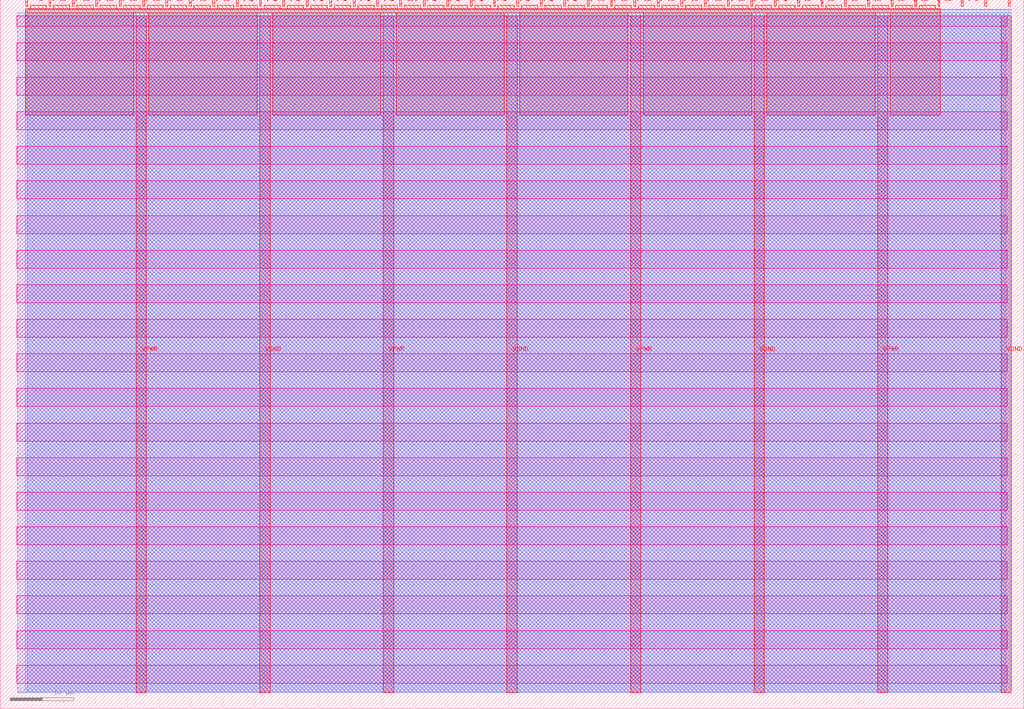
<source format=lef>
VERSION 5.7 ;
  NOWIREEXTENSIONATPIN ON ;
  DIVIDERCHAR "/" ;
  BUSBITCHARS "[]" ;
MACRO tt_um_ALU_DECODERS
  CLASS BLOCK ;
  FOREIGN tt_um_ALU_DECODERS ;
  ORIGIN 0.000 0.000 ;
  SIZE 161.000 BY 111.520 ;
  PIN VGND
    DIRECTION INOUT ;
    USE GROUND ;
    PORT
      LAYER met4 ;
        RECT 40.830 2.480 42.430 109.040 ;
    END
    PORT
      LAYER met4 ;
        RECT 79.700 2.480 81.300 109.040 ;
    END
    PORT
      LAYER met4 ;
        RECT 118.570 2.480 120.170 109.040 ;
    END
    PORT
      LAYER met4 ;
        RECT 157.440 2.480 159.040 109.040 ;
    END
  END VGND
  PIN VPWR
    DIRECTION INOUT ;
    USE POWER ;
    PORT
      LAYER met4 ;
        RECT 21.395 2.480 22.995 109.040 ;
    END
    PORT
      LAYER met4 ;
        RECT 60.265 2.480 61.865 109.040 ;
    END
    PORT
      LAYER met4 ;
        RECT 99.135 2.480 100.735 109.040 ;
    END
    PORT
      LAYER met4 ;
        RECT 138.005 2.480 139.605 109.040 ;
    END
  END VPWR
  PIN clk
    DIRECTION INPUT ;
    USE SIGNAL ;
    PORT
      LAYER met4 ;
        RECT 154.870 110.520 155.170 111.520 ;
    END
  END clk
  PIN ena
    DIRECTION INPUT ;
    USE SIGNAL ;
    PORT
      LAYER met4 ;
        RECT 158.550 110.520 158.850 111.520 ;
    END
  END ena
  PIN rst_n
    DIRECTION INPUT ;
    USE SIGNAL ;
    PORT
      LAYER met4 ;
        RECT 151.190 110.520 151.490 111.520 ;
    END
  END rst_n
  PIN ui_in[0]
    DIRECTION INPUT ;
    USE SIGNAL ;
    ANTENNAGATEAREA 0.213000 ;
    PORT
      LAYER met4 ;
        RECT 147.510 110.520 147.810 111.520 ;
    END
  END ui_in[0]
  PIN ui_in[1]
    DIRECTION INPUT ;
    USE SIGNAL ;
    ANTENNAGATEAREA 0.213000 ;
    PORT
      LAYER met4 ;
        RECT 143.830 110.520 144.130 111.520 ;
    END
  END ui_in[1]
  PIN ui_in[2]
    DIRECTION INPUT ;
    USE SIGNAL ;
    ANTENNAGATEAREA 0.213000 ;
    PORT
      LAYER met4 ;
        RECT 140.150 110.520 140.450 111.520 ;
    END
  END ui_in[2]
  PIN ui_in[3]
    DIRECTION INPUT ;
    USE SIGNAL ;
    ANTENNAGATEAREA 0.213000 ;
    PORT
      LAYER met4 ;
        RECT 136.470 110.520 136.770 111.520 ;
    END
  END ui_in[3]
  PIN ui_in[4]
    DIRECTION INPUT ;
    USE SIGNAL ;
    ANTENNAGATEAREA 0.159000 ;
    PORT
      LAYER met4 ;
        RECT 132.790 110.520 133.090 111.520 ;
    END
  END ui_in[4]
  PIN ui_in[5]
    DIRECTION INPUT ;
    USE SIGNAL ;
    ANTENNAGATEAREA 0.196500 ;
    PORT
      LAYER met4 ;
        RECT 129.110 110.520 129.410 111.520 ;
    END
  END ui_in[5]
  PIN ui_in[6]
    DIRECTION INPUT ;
    USE SIGNAL ;
    ANTENNAGATEAREA 0.196500 ;
    PORT
      LAYER met4 ;
        RECT 125.430 110.520 125.730 111.520 ;
    END
  END ui_in[6]
  PIN ui_in[7]
    DIRECTION INPUT ;
    USE SIGNAL ;
    ANTENNAGATEAREA 0.126000 ;
    PORT
      LAYER met4 ;
        RECT 121.750 110.520 122.050 111.520 ;
    END
  END ui_in[7]
  PIN uio_in[0]
    DIRECTION INPUT ;
    USE SIGNAL ;
    PORT
      LAYER met4 ;
        RECT 118.070 110.520 118.370 111.520 ;
    END
  END uio_in[0]
  PIN uio_in[1]
    DIRECTION INPUT ;
    USE SIGNAL ;
    PORT
      LAYER met4 ;
        RECT 114.390 110.520 114.690 111.520 ;
    END
  END uio_in[1]
  PIN uio_in[2]
    DIRECTION INPUT ;
    USE SIGNAL ;
    PORT
      LAYER met4 ;
        RECT 110.710 110.520 111.010 111.520 ;
    END
  END uio_in[2]
  PIN uio_in[3]
    DIRECTION INPUT ;
    USE SIGNAL ;
    PORT
      LAYER met4 ;
        RECT 107.030 110.520 107.330 111.520 ;
    END
  END uio_in[3]
  PIN uio_in[4]
    DIRECTION INPUT ;
    USE SIGNAL ;
    PORT
      LAYER met4 ;
        RECT 103.350 110.520 103.650 111.520 ;
    END
  END uio_in[4]
  PIN uio_in[5]
    DIRECTION INPUT ;
    USE SIGNAL ;
    PORT
      LAYER met4 ;
        RECT 99.670 110.520 99.970 111.520 ;
    END
  END uio_in[5]
  PIN uio_in[6]
    DIRECTION INPUT ;
    USE SIGNAL ;
    PORT
      LAYER met4 ;
        RECT 95.990 110.520 96.290 111.520 ;
    END
  END uio_in[6]
  PIN uio_in[7]
    DIRECTION INPUT ;
    USE SIGNAL ;
    ANTENNAGATEAREA 0.213000 ;
    PORT
      LAYER met4 ;
        RECT 92.310 110.520 92.610 111.520 ;
    END
  END uio_in[7]
  PIN uio_oe[0]
    DIRECTION OUTPUT TRISTATE ;
    USE SIGNAL ;
    PORT
      LAYER met4 ;
        RECT 29.750 110.520 30.050 111.520 ;
    END
  END uio_oe[0]
  PIN uio_oe[1]
    DIRECTION OUTPUT TRISTATE ;
    USE SIGNAL ;
    PORT
      LAYER met4 ;
        RECT 26.070 110.520 26.370 111.520 ;
    END
  END uio_oe[1]
  PIN uio_oe[2]
    DIRECTION OUTPUT TRISTATE ;
    USE SIGNAL ;
    PORT
      LAYER met4 ;
        RECT 22.390 110.520 22.690 111.520 ;
    END
  END uio_oe[2]
  PIN uio_oe[3]
    DIRECTION OUTPUT TRISTATE ;
    USE SIGNAL ;
    PORT
      LAYER met4 ;
        RECT 18.710 110.520 19.010 111.520 ;
    END
  END uio_oe[3]
  PIN uio_oe[4]
    DIRECTION OUTPUT TRISTATE ;
    USE SIGNAL ;
    PORT
      LAYER met4 ;
        RECT 15.030 110.520 15.330 111.520 ;
    END
  END uio_oe[4]
  PIN uio_oe[5]
    DIRECTION OUTPUT TRISTATE ;
    USE SIGNAL ;
    PORT
      LAYER met4 ;
        RECT 11.350 110.520 11.650 111.520 ;
    END
  END uio_oe[5]
  PIN uio_oe[6]
    DIRECTION OUTPUT TRISTATE ;
    USE SIGNAL ;
    PORT
      LAYER met4 ;
        RECT 7.670 110.520 7.970 111.520 ;
    END
  END uio_oe[6]
  PIN uio_oe[7]
    DIRECTION OUTPUT TRISTATE ;
    USE SIGNAL ;
    PORT
      LAYER met4 ;
        RECT 3.990 110.520 4.290 111.520 ;
    END
  END uio_oe[7]
  PIN uio_out[0]
    DIRECTION OUTPUT TRISTATE ;
    USE SIGNAL ;
    PORT
      LAYER met4 ;
        RECT 59.190 110.520 59.490 111.520 ;
    END
  END uio_out[0]
  PIN uio_out[1]
    DIRECTION OUTPUT TRISTATE ;
    USE SIGNAL ;
    ANTENNADIFFAREA 0.891000 ;
    PORT
      LAYER met4 ;
        RECT 55.510 110.520 55.810 111.520 ;
    END
  END uio_out[1]
  PIN uio_out[2]
    DIRECTION OUTPUT TRISTATE ;
    USE SIGNAL ;
    ANTENNADIFFAREA 0.891000 ;
    PORT
      LAYER met4 ;
        RECT 51.830 110.520 52.130 111.520 ;
    END
  END uio_out[2]
  PIN uio_out[3]
    DIRECTION OUTPUT TRISTATE ;
    USE SIGNAL ;
    ANTENNADIFFAREA 1.443500 ;
    PORT
      LAYER met4 ;
        RECT 48.150 110.520 48.450 111.520 ;
    END
  END uio_out[3]
  PIN uio_out[4]
    DIRECTION OUTPUT TRISTATE ;
    USE SIGNAL ;
    ANTENNADIFFAREA 0.891000 ;
    PORT
      LAYER met4 ;
        RECT 44.470 110.520 44.770 111.520 ;
    END
  END uio_out[4]
  PIN uio_out[5]
    DIRECTION OUTPUT TRISTATE ;
    USE SIGNAL ;
    ANTENNADIFFAREA 0.891000 ;
    PORT
      LAYER met4 ;
        RECT 40.790 110.520 41.090 111.520 ;
    END
  END uio_out[5]
  PIN uio_out[6]
    DIRECTION OUTPUT TRISTATE ;
    USE SIGNAL ;
    ANTENNADIFFAREA 1.484000 ;
    PORT
      LAYER met4 ;
        RECT 37.110 110.520 37.410 111.520 ;
    END
  END uio_out[6]
  PIN uio_out[7]
    DIRECTION OUTPUT TRISTATE ;
    USE SIGNAL ;
    PORT
      LAYER met4 ;
        RECT 33.430 110.520 33.730 111.520 ;
    END
  END uio_out[7]
  PIN uo_out[0]
    DIRECTION OUTPUT TRISTATE ;
    USE SIGNAL ;
    ANTENNADIFFAREA 1.443500 ;
    PORT
      LAYER met4 ;
        RECT 88.630 110.520 88.930 111.520 ;
    END
  END uo_out[0]
  PIN uo_out[1]
    DIRECTION OUTPUT TRISTATE ;
    USE SIGNAL ;
    PORT
      LAYER met4 ;
        RECT 84.950 110.520 85.250 111.520 ;
    END
  END uo_out[1]
  PIN uo_out[2]
    DIRECTION OUTPUT TRISTATE ;
    USE SIGNAL ;
    PORT
      LAYER met4 ;
        RECT 81.270 110.520 81.570 111.520 ;
    END
  END uo_out[2]
  PIN uo_out[3]
    DIRECTION OUTPUT TRISTATE ;
    USE SIGNAL ;
    PORT
      LAYER met4 ;
        RECT 77.590 110.520 77.890 111.520 ;
    END
  END uo_out[3]
  PIN uo_out[4]
    DIRECTION OUTPUT TRISTATE ;
    USE SIGNAL ;
    PORT
      LAYER met4 ;
        RECT 73.910 110.520 74.210 111.520 ;
    END
  END uo_out[4]
  PIN uo_out[5]
    DIRECTION OUTPUT TRISTATE ;
    USE SIGNAL ;
    ANTENNADIFFAREA 0.795200 ;
    PORT
      LAYER met4 ;
        RECT 70.230 110.520 70.530 111.520 ;
    END
  END uo_out[5]
  PIN uo_out[6]
    DIRECTION OUTPUT TRISTATE ;
    USE SIGNAL ;
    ANTENNAGATEAREA 0.213000 ;
    ANTENNADIFFAREA 0.891000 ;
    PORT
      LAYER met4 ;
        RECT 66.550 110.520 66.850 111.520 ;
    END
  END uo_out[6]
  PIN uo_out[7]
    DIRECTION OUTPUT TRISTATE ;
    USE SIGNAL ;
    PORT
      LAYER met4 ;
        RECT 62.870 110.520 63.170 111.520 ;
    END
  END uo_out[7]
  OBS
      LAYER nwell ;
        RECT 2.570 107.385 158.430 108.990 ;
        RECT 2.570 101.945 158.430 104.775 ;
        RECT 2.570 96.505 158.430 99.335 ;
        RECT 2.570 91.065 158.430 93.895 ;
        RECT 2.570 85.625 158.430 88.455 ;
        RECT 2.570 80.185 158.430 83.015 ;
        RECT 2.570 74.745 158.430 77.575 ;
        RECT 2.570 69.305 158.430 72.135 ;
        RECT 2.570 63.865 158.430 66.695 ;
        RECT 2.570 58.425 158.430 61.255 ;
        RECT 2.570 52.985 158.430 55.815 ;
        RECT 2.570 47.545 158.430 50.375 ;
        RECT 2.570 42.105 158.430 44.935 ;
        RECT 2.570 36.665 158.430 39.495 ;
        RECT 2.570 31.225 158.430 34.055 ;
        RECT 2.570 25.785 158.430 28.615 ;
        RECT 2.570 20.345 158.430 23.175 ;
        RECT 2.570 14.905 158.430 17.735 ;
        RECT 2.570 9.465 158.430 12.295 ;
        RECT 2.570 4.025 158.430 6.855 ;
      LAYER li1 ;
        RECT 2.760 2.635 158.240 108.885 ;
      LAYER met1 ;
        RECT 2.760 2.480 159.040 109.440 ;
      LAYER met2 ;
        RECT 4.230 2.535 159.010 110.005 ;
      LAYER met3 ;
        RECT 3.950 2.555 159.030 109.985 ;
      LAYER met4 ;
        RECT 4.690 110.120 7.270 110.650 ;
        RECT 8.370 110.120 10.950 110.650 ;
        RECT 12.050 110.120 14.630 110.650 ;
        RECT 15.730 110.120 18.310 110.650 ;
        RECT 19.410 110.120 21.990 110.650 ;
        RECT 23.090 110.120 25.670 110.650 ;
        RECT 26.770 110.120 29.350 110.650 ;
        RECT 30.450 110.120 33.030 110.650 ;
        RECT 34.130 110.120 36.710 110.650 ;
        RECT 37.810 110.120 40.390 110.650 ;
        RECT 41.490 110.120 44.070 110.650 ;
        RECT 45.170 110.120 47.750 110.650 ;
        RECT 48.850 110.120 51.430 110.650 ;
        RECT 52.530 110.120 55.110 110.650 ;
        RECT 56.210 110.120 58.790 110.650 ;
        RECT 59.890 110.120 62.470 110.650 ;
        RECT 63.570 110.120 66.150 110.650 ;
        RECT 67.250 110.120 69.830 110.650 ;
        RECT 70.930 110.120 73.510 110.650 ;
        RECT 74.610 110.120 77.190 110.650 ;
        RECT 78.290 110.120 80.870 110.650 ;
        RECT 81.970 110.120 84.550 110.650 ;
        RECT 85.650 110.120 88.230 110.650 ;
        RECT 89.330 110.120 91.910 110.650 ;
        RECT 93.010 110.120 95.590 110.650 ;
        RECT 96.690 110.120 99.270 110.650 ;
        RECT 100.370 110.120 102.950 110.650 ;
        RECT 104.050 110.120 106.630 110.650 ;
        RECT 107.730 110.120 110.310 110.650 ;
        RECT 111.410 110.120 113.990 110.650 ;
        RECT 115.090 110.120 117.670 110.650 ;
        RECT 118.770 110.120 121.350 110.650 ;
        RECT 122.450 110.120 125.030 110.650 ;
        RECT 126.130 110.120 128.710 110.650 ;
        RECT 129.810 110.120 132.390 110.650 ;
        RECT 133.490 110.120 136.070 110.650 ;
        RECT 137.170 110.120 139.750 110.650 ;
        RECT 140.850 110.120 143.430 110.650 ;
        RECT 144.530 110.120 147.110 110.650 ;
        RECT 3.975 109.440 147.825 110.120 ;
        RECT 3.975 93.335 20.995 109.440 ;
        RECT 23.395 93.335 40.430 109.440 ;
        RECT 42.830 93.335 59.865 109.440 ;
        RECT 62.265 93.335 79.300 109.440 ;
        RECT 81.700 93.335 98.735 109.440 ;
        RECT 101.135 93.335 118.170 109.440 ;
        RECT 120.570 93.335 137.605 109.440 ;
        RECT 140.005 93.335 147.825 109.440 ;
  END
END tt_um_ALU_DECODERS
END LIBRARY


</source>
